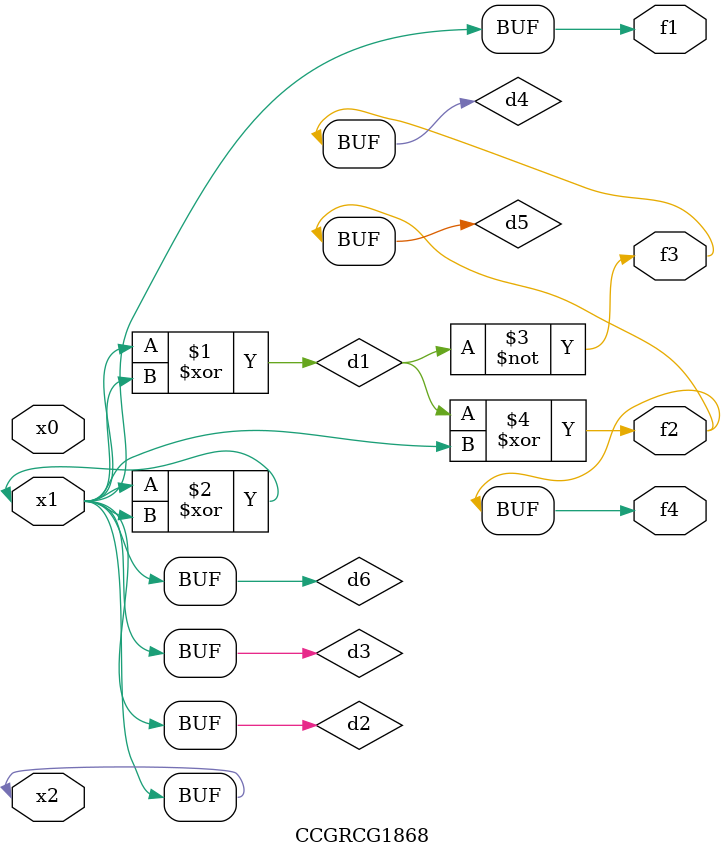
<source format=v>
module CCGRCG1868(
	input x0, x1, x2,
	output f1, f2, f3, f4
);

	wire d1, d2, d3, d4, d5, d6;

	xor (d1, x1, x2);
	buf (d2, x1, x2);
	xor (d3, x1, x2);
	nor (d4, d1);
	xor (d5, d1, d2);
	buf (d6, d2, d3);
	assign f1 = d6;
	assign f2 = d5;
	assign f3 = d4;
	assign f4 = d5;
endmodule

</source>
